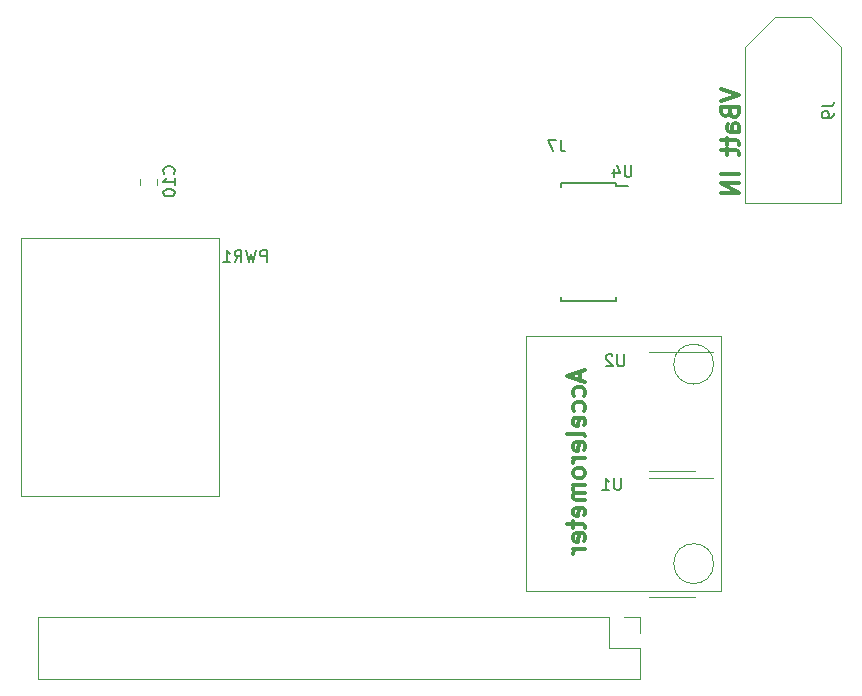
<source format=gbr>
G04 #@! TF.GenerationSoftware,KiCad,Pcbnew,(5.1.4)-1*
G04 #@! TF.CreationDate,2021-11-19T08:14:28-06:00*
G04 #@! TF.ProjectId,RascalHat,52617363-616c-4486-9174-2e6b69636164,rev?*
G04 #@! TF.SameCoordinates,Original*
G04 #@! TF.FileFunction,Legend,Bot*
G04 #@! TF.FilePolarity,Positive*
%FSLAX46Y46*%
G04 Gerber Fmt 4.6, Leading zero omitted, Abs format (unit mm)*
G04 Created by KiCad (PCBNEW (5.1.4)-1) date 2021-11-19 08:14:28*
%MOMM*%
%LPD*%
G04 APERTURE LIST*
%ADD10C,0.300000*%
%ADD11C,0.120000*%
%ADD12C,0.150000*%
G04 APERTURE END LIST*
D10*
X64858571Y-6080000D02*
X66358571Y-6580000D01*
X64858571Y-7080000D01*
X65572857Y-8080000D02*
X65644285Y-8294285D01*
X65715714Y-8365714D01*
X65858571Y-8437142D01*
X66072857Y-8437142D01*
X66215714Y-8365714D01*
X66287142Y-8294285D01*
X66358571Y-8151428D01*
X66358571Y-7580000D01*
X64858571Y-7580000D01*
X64858571Y-8080000D01*
X64930000Y-8222857D01*
X65001428Y-8294285D01*
X65144285Y-8365714D01*
X65287142Y-8365714D01*
X65430000Y-8294285D01*
X65501428Y-8222857D01*
X65572857Y-8080000D01*
X65572857Y-7580000D01*
X66358571Y-9722857D02*
X65572857Y-9722857D01*
X65430000Y-9651428D01*
X65358571Y-9508571D01*
X65358571Y-9222857D01*
X65430000Y-9080000D01*
X66287142Y-9722857D02*
X66358571Y-9580000D01*
X66358571Y-9222857D01*
X66287142Y-9080000D01*
X66144285Y-9008571D01*
X66001428Y-9008571D01*
X65858571Y-9080000D01*
X65787142Y-9222857D01*
X65787142Y-9580000D01*
X65715714Y-9722857D01*
X65358571Y-10222857D02*
X65358571Y-10794285D01*
X64858571Y-10437142D02*
X66144285Y-10437142D01*
X66287142Y-10508571D01*
X66358571Y-10651428D01*
X66358571Y-10794285D01*
X65358571Y-11080000D02*
X65358571Y-11651428D01*
X64858571Y-11294285D02*
X66144285Y-11294285D01*
X66287142Y-11365714D01*
X66358571Y-11508571D01*
X66358571Y-11651428D01*
X66358571Y-13294285D02*
X64858571Y-13294285D01*
X66358571Y-14008571D02*
X64858571Y-14008571D01*
X66358571Y-14865714D01*
X64858571Y-14865714D01*
X52900000Y-30057142D02*
X52900000Y-30771428D01*
X53328571Y-29914285D02*
X51828571Y-30414285D01*
X53328571Y-30914285D01*
X53257142Y-32057142D02*
X53328571Y-31914285D01*
X53328571Y-31628571D01*
X53257142Y-31485714D01*
X53185714Y-31414285D01*
X53042857Y-31342857D01*
X52614285Y-31342857D01*
X52471428Y-31414285D01*
X52400000Y-31485714D01*
X52328571Y-31628571D01*
X52328571Y-31914285D01*
X52400000Y-32057142D01*
X53257142Y-33342857D02*
X53328571Y-33200000D01*
X53328571Y-32914285D01*
X53257142Y-32771428D01*
X53185714Y-32700000D01*
X53042857Y-32628571D01*
X52614285Y-32628571D01*
X52471428Y-32700000D01*
X52400000Y-32771428D01*
X52328571Y-32914285D01*
X52328571Y-33200000D01*
X52400000Y-33342857D01*
X53257142Y-34557142D02*
X53328571Y-34414285D01*
X53328571Y-34128571D01*
X53257142Y-33985714D01*
X53114285Y-33914285D01*
X52542857Y-33914285D01*
X52400000Y-33985714D01*
X52328571Y-34128571D01*
X52328571Y-34414285D01*
X52400000Y-34557142D01*
X52542857Y-34628571D01*
X52685714Y-34628571D01*
X52828571Y-33914285D01*
X53328571Y-35485714D02*
X53257142Y-35342857D01*
X53114285Y-35271428D01*
X51828571Y-35271428D01*
X53257142Y-36628571D02*
X53328571Y-36485714D01*
X53328571Y-36200000D01*
X53257142Y-36057142D01*
X53114285Y-35985714D01*
X52542857Y-35985714D01*
X52400000Y-36057142D01*
X52328571Y-36200000D01*
X52328571Y-36485714D01*
X52400000Y-36628571D01*
X52542857Y-36700000D01*
X52685714Y-36700000D01*
X52828571Y-35985714D01*
X53328571Y-37342857D02*
X52328571Y-37342857D01*
X52614285Y-37342857D02*
X52471428Y-37414285D01*
X52400000Y-37485714D01*
X52328571Y-37628571D01*
X52328571Y-37771428D01*
X53328571Y-38485714D02*
X53257142Y-38342857D01*
X53185714Y-38271428D01*
X53042857Y-38200000D01*
X52614285Y-38200000D01*
X52471428Y-38271428D01*
X52400000Y-38342857D01*
X52328571Y-38485714D01*
X52328571Y-38700000D01*
X52400000Y-38842857D01*
X52471428Y-38914285D01*
X52614285Y-38985714D01*
X53042857Y-38985714D01*
X53185714Y-38914285D01*
X53257142Y-38842857D01*
X53328571Y-38700000D01*
X53328571Y-38485714D01*
X53328571Y-39628571D02*
X52328571Y-39628571D01*
X52471428Y-39628571D02*
X52400000Y-39700000D01*
X52328571Y-39842857D01*
X52328571Y-40057142D01*
X52400000Y-40200000D01*
X52542857Y-40271428D01*
X53328571Y-40271428D01*
X52542857Y-40271428D02*
X52400000Y-40342857D01*
X52328571Y-40485714D01*
X52328571Y-40700000D01*
X52400000Y-40842857D01*
X52542857Y-40914285D01*
X53328571Y-40914285D01*
X53257142Y-42200000D02*
X53328571Y-42057142D01*
X53328571Y-41771428D01*
X53257142Y-41628571D01*
X53114285Y-41557142D01*
X52542857Y-41557142D01*
X52400000Y-41628571D01*
X52328571Y-41771428D01*
X52328571Y-42057142D01*
X52400000Y-42200000D01*
X52542857Y-42271428D01*
X52685714Y-42271428D01*
X52828571Y-41557142D01*
X52328571Y-42700000D02*
X52328571Y-43271428D01*
X51828571Y-42914285D02*
X53114285Y-42914285D01*
X53257142Y-42985714D01*
X53328571Y-43128571D01*
X53328571Y-43271428D01*
X53257142Y-44342857D02*
X53328571Y-44200000D01*
X53328571Y-43914285D01*
X53257142Y-43771428D01*
X53114285Y-43700000D01*
X52542857Y-43700000D01*
X52400000Y-43771428D01*
X52328571Y-43914285D01*
X52328571Y-44200000D01*
X52400000Y-44342857D01*
X52542857Y-44414285D01*
X52685714Y-44414285D01*
X52828571Y-43700000D01*
X53328571Y-45057142D02*
X52328571Y-45057142D01*
X52614285Y-45057142D02*
X52471428Y-45128571D01*
X52400000Y-45200000D01*
X52328571Y-45342857D01*
X52328571Y-45485714D01*
D11*
X64208100Y-29384500D02*
G75*
G03X64208100Y-29384500I-1689100J0D01*
G01*
X64208100Y-46275500D02*
G75*
G03X64208100Y-46275500I-1689100J0D01*
G01*
X64805000Y-48625000D02*
X64805000Y-27035000D01*
X48295000Y-27035000D02*
X64805000Y-27035000D01*
X48295000Y-48625000D02*
X48295000Y-27035000D01*
X48295000Y-48625000D02*
X64805000Y-48625000D01*
X15670000Y-14248578D02*
X15670000Y-13731422D01*
X17090000Y-14248578D02*
X17090000Y-13731422D01*
X57940000Y-52150000D02*
X57940000Y-50820000D01*
X57940000Y-50820000D02*
X56610000Y-50820000D01*
X57940000Y-53420000D02*
X55340000Y-53420000D01*
X55340000Y-53420000D02*
X55340000Y-50820000D01*
X55340000Y-50820000D02*
X7020000Y-50820000D01*
X7020000Y-56020000D02*
X7020000Y-50820000D01*
X57940000Y-56020000D02*
X7020000Y-56020000D01*
X57940000Y-56020000D02*
X57940000Y-53420000D01*
X60706000Y-28341000D02*
X64156000Y-28341000D01*
X60706000Y-28341000D02*
X58756000Y-28341000D01*
X60706000Y-38461000D02*
X62656000Y-38461000D01*
X60706000Y-38461000D02*
X58756000Y-38461000D01*
X60706000Y-39009000D02*
X64156000Y-39009000D01*
X60706000Y-39009000D02*
X58756000Y-39009000D01*
X60706000Y-49129000D02*
X62656000Y-49129000D01*
X60706000Y-49129000D02*
X58756000Y-49129000D01*
X5588000Y-18669000D02*
X5588000Y-40513000D01*
X5588000Y-18669000D02*
X22352000Y-18669000D01*
X22352000Y-40513000D02*
X22352000Y-18669000D01*
X22352000Y-40513000D02*
X5588000Y-40513000D01*
X72454000Y-26000D02*
X74980000Y-2566000D01*
X69406000Y-26000D02*
X66880000Y-2566000D01*
X69406000Y-26000D02*
X72454000Y-26000D01*
X66880000Y-15750000D02*
X74980000Y-15750000D01*
X74980000Y-2566000D02*
X74980000Y-15750000D01*
X66880000Y-2566000D02*
X66880000Y-15750000D01*
D12*
X55919000Y-14300000D02*
X56994000Y-14300000D01*
X55919000Y-24025000D02*
X51269000Y-24025000D01*
X55919000Y-14075000D02*
X51269000Y-14075000D01*
X55919000Y-24025000D02*
X55919000Y-23700000D01*
X51269000Y-24025000D02*
X51269000Y-23700000D01*
X51269000Y-14075000D02*
X51269000Y-14400000D01*
X55919000Y-14075000D02*
X55919000Y-14300000D01*
X18497142Y-13257142D02*
X18544761Y-13209523D01*
X18592380Y-13066666D01*
X18592380Y-12971428D01*
X18544761Y-12828571D01*
X18449523Y-12733333D01*
X18354285Y-12685714D01*
X18163809Y-12638095D01*
X18020952Y-12638095D01*
X17830476Y-12685714D01*
X17735238Y-12733333D01*
X17640000Y-12828571D01*
X17592380Y-12971428D01*
X17592380Y-13066666D01*
X17640000Y-13209523D01*
X17687619Y-13257142D01*
X18592380Y-14209523D02*
X18592380Y-13638095D01*
X18592380Y-13923809D02*
X17592380Y-13923809D01*
X17735238Y-13828571D01*
X17830476Y-13733333D01*
X17878095Y-13638095D01*
X17592380Y-14828571D02*
X17592380Y-14923809D01*
X17640000Y-15019047D01*
X17687619Y-15066666D01*
X17782857Y-15114285D01*
X17973333Y-15161904D01*
X18211428Y-15161904D01*
X18401904Y-15114285D01*
X18497142Y-15066666D01*
X18544761Y-15019047D01*
X18592380Y-14923809D01*
X18592380Y-14828571D01*
X18544761Y-14733333D01*
X18497142Y-14685714D01*
X18401904Y-14638095D01*
X18211428Y-14590476D01*
X17973333Y-14590476D01*
X17782857Y-14638095D01*
X17687619Y-14685714D01*
X17640000Y-14733333D01*
X17592380Y-14828571D01*
X56631904Y-28562380D02*
X56631904Y-29371904D01*
X56584285Y-29467142D01*
X56536666Y-29514761D01*
X56441428Y-29562380D01*
X56250952Y-29562380D01*
X56155714Y-29514761D01*
X56108095Y-29467142D01*
X56060476Y-29371904D01*
X56060476Y-28562380D01*
X55631904Y-28657619D02*
X55584285Y-28610000D01*
X55489047Y-28562380D01*
X55250952Y-28562380D01*
X55155714Y-28610000D01*
X55108095Y-28657619D01*
X55060476Y-28752857D01*
X55060476Y-28848095D01*
X55108095Y-28990952D01*
X55679523Y-29562380D01*
X55060476Y-29562380D01*
X56371904Y-39042380D02*
X56371904Y-39851904D01*
X56324285Y-39947142D01*
X56276666Y-39994761D01*
X56181428Y-40042380D01*
X55990952Y-40042380D01*
X55895714Y-39994761D01*
X55848095Y-39947142D01*
X55800476Y-39851904D01*
X55800476Y-39042380D01*
X54800476Y-40042380D02*
X55371904Y-40042380D01*
X55086190Y-40042380D02*
X55086190Y-39042380D01*
X55181428Y-39185238D01*
X55276666Y-39280476D01*
X55371904Y-39328095D01*
X51260333Y-10374380D02*
X51260333Y-11088666D01*
X51307952Y-11231523D01*
X51403190Y-11326761D01*
X51546047Y-11374380D01*
X51641285Y-11374380D01*
X50879380Y-10374380D02*
X50212714Y-10374380D01*
X50641285Y-11374380D01*
X26359523Y-20742380D02*
X26359523Y-19742380D01*
X25978571Y-19742380D01*
X25883333Y-19790000D01*
X25835714Y-19837619D01*
X25788095Y-19932857D01*
X25788095Y-20075714D01*
X25835714Y-20170952D01*
X25883333Y-20218571D01*
X25978571Y-20266190D01*
X26359523Y-20266190D01*
X25454761Y-19742380D02*
X25216666Y-20742380D01*
X25026190Y-20028095D01*
X24835714Y-20742380D01*
X24597619Y-19742380D01*
X23645238Y-20742380D02*
X23978571Y-20266190D01*
X24216666Y-20742380D02*
X24216666Y-19742380D01*
X23835714Y-19742380D01*
X23740476Y-19790000D01*
X23692857Y-19837619D01*
X23645238Y-19932857D01*
X23645238Y-20075714D01*
X23692857Y-20170952D01*
X23740476Y-20218571D01*
X23835714Y-20266190D01*
X24216666Y-20266190D01*
X22692857Y-20742380D02*
X23264285Y-20742380D01*
X22978571Y-20742380D02*
X22978571Y-19742380D01*
X23073809Y-19885238D01*
X23169047Y-19980476D01*
X23264285Y-20028095D01*
X73362380Y-7566666D02*
X74076666Y-7566666D01*
X74219523Y-7519047D01*
X74314761Y-7423809D01*
X74362380Y-7280952D01*
X74362380Y-7185714D01*
X74362380Y-8090476D02*
X74362380Y-8280952D01*
X74314761Y-8376190D01*
X74267142Y-8423809D01*
X74124285Y-8519047D01*
X73933809Y-8566666D01*
X73552857Y-8566666D01*
X73457619Y-8519047D01*
X73410000Y-8471428D01*
X73362380Y-8376190D01*
X73362380Y-8185714D01*
X73410000Y-8090476D01*
X73457619Y-8042857D01*
X73552857Y-7995238D01*
X73790952Y-7995238D01*
X73886190Y-8042857D01*
X73933809Y-8090476D01*
X73981428Y-8185714D01*
X73981428Y-8376190D01*
X73933809Y-8471428D01*
X73886190Y-8519047D01*
X73790952Y-8566666D01*
X57241904Y-12542380D02*
X57241904Y-13351904D01*
X57194285Y-13447142D01*
X57146666Y-13494761D01*
X57051428Y-13542380D01*
X56860952Y-13542380D01*
X56765714Y-13494761D01*
X56718095Y-13447142D01*
X56670476Y-13351904D01*
X56670476Y-12542380D01*
X55765714Y-12875714D02*
X55765714Y-13542380D01*
X56003809Y-12494761D02*
X56241904Y-13209047D01*
X55622857Y-13209047D01*
M02*

</source>
